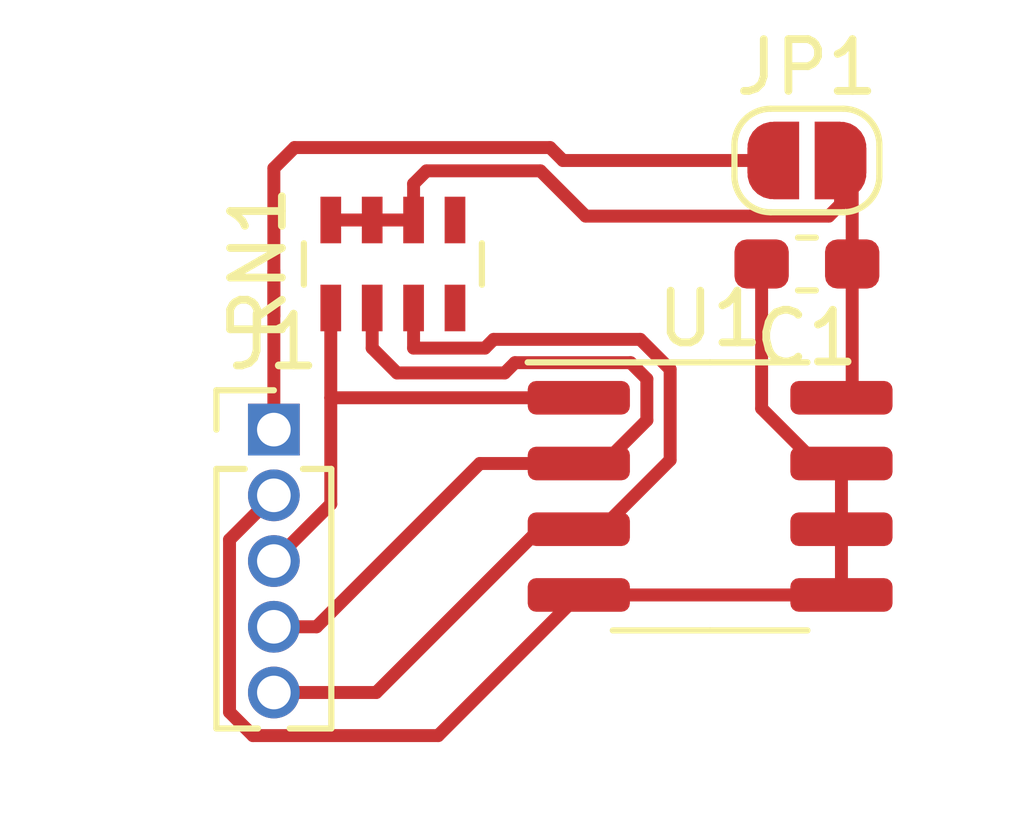
<source format=kicad_pcb>
(kicad_pcb (version 20171130) (host pcbnew 5.1.2-f72e74a~84~ubuntu18.04.1)

  (general
    (thickness 1.6)
    (drawings 0)
    (tracks 58)
    (zones 0)
    (modules 5)
    (nets 7)
  )

  (page A4)
  (layers
    (0 F.Cu signal)
    (31 B.Cu signal)
    (32 B.Adhes user)
    (33 F.Adhes user)
    (34 B.Paste user)
    (35 F.Paste user)
    (36 B.SilkS user)
    (37 F.SilkS user)
    (38 B.Mask user)
    (39 F.Mask user)
    (40 Dwgs.User user)
    (41 Cmts.User user)
    (42 Eco1.User user)
    (43 Eco2.User user)
    (44 Edge.Cuts user)
    (45 Margin user)
    (46 B.CrtYd user)
    (47 F.CrtYd user)
    (48 B.Fab user)
    (49 F.Fab user)
  )

  (setup
    (last_trace_width 0.25)
    (trace_clearance 0.2)
    (zone_clearance 0.508)
    (zone_45_only no)
    (trace_min 0.2)
    (via_size 0.8)
    (via_drill 0.4)
    (via_min_size 0.4)
    (via_min_drill 0.3)
    (uvia_size 0.3)
    (uvia_drill 0.1)
    (uvias_allowed no)
    (uvia_min_size 0.2)
    (uvia_min_drill 0.1)
    (edge_width 0.05)
    (segment_width 0.2)
    (pcb_text_width 0.3)
    (pcb_text_size 1.5 1.5)
    (mod_edge_width 0.12)
    (mod_text_size 1 1)
    (mod_text_width 0.15)
    (pad_size 1.524 1.524)
    (pad_drill 0.762)
    (pad_to_mask_clearance 0.051)
    (solder_mask_min_width 0.25)
    (aux_axis_origin 0 0)
    (visible_elements FFFFFF7F)
    (pcbplotparams
      (layerselection 0x010fc_ffffffff)
      (usegerberextensions false)
      (usegerberattributes false)
      (usegerberadvancedattributes false)
      (creategerberjobfile false)
      (excludeedgelayer true)
      (linewidth 0.100000)
      (plotframeref false)
      (viasonmask false)
      (mode 1)
      (useauxorigin false)
      (hpglpennumber 1)
      (hpglpenspeed 20)
      (hpglpendiameter 15.000000)
      (psnegative false)
      (psa4output false)
      (plotreference true)
      (plotvalue true)
      (plotinvisibletext false)
      (padsonsilk false)
      (subtractmaskfromsilk false)
      (outputformat 1)
      (mirror false)
      (drillshape 1)
      (scaleselection 1)
      (outputdirectory ""))
  )

  (net 0 "")
  (net 1 GND)
  (net 2 +3V3)
  (net 3 "Net-(J1-Pad3)")
  (net 4 "Net-(J1-Pad5)")
  (net 5 "Net-(J1-Pad4)")
  (net 6 "Net-(C1-Pad1)")

  (net_class Default "This is the default net class."
    (clearance 0.2)
    (trace_width 0.25)
    (via_dia 0.8)
    (via_drill 0.4)
    (uvia_dia 0.3)
    (uvia_drill 0.1)
    (add_net +3V3)
    (add_net GND)
    (add_net "Net-(C1-Pad1)")
    (add_net "Net-(J1-Pad3)")
    (add_net "Net-(J1-Pad4)")
    (add_net "Net-(J1-Pad5)")
    (add_net "Net-(RN1-Pad4)")
    (add_net "Net-(RN1-Pad5)")
  )

  (module Jumper:SolderJumper-2_P1.3mm_Open_RoundedPad1.0x1.5mm (layer F.Cu) (tedit 5B391E66) (tstamp 5CF1305A)
    (at 23 16)
    (descr "SMD Solder Jumper, 1x1.5mm, rounded Pads, 0.3mm gap, open")
    (tags "solder jumper open")
    (path /5CF0F377)
    (attr virtual)
    (fp_text reference JP1 (at 0 -1.8) (layer F.SilkS)
      (effects (font (size 1 1) (thickness 0.15)))
    )
    (fp_text value EN (at 0 1.9) (layer F.Fab)
      (effects (font (size 1 1) (thickness 0.15)))
    )
    (fp_line (start 1.65 1.25) (end -1.65 1.25) (layer F.CrtYd) (width 0.05))
    (fp_line (start 1.65 1.25) (end 1.65 -1.25) (layer F.CrtYd) (width 0.05))
    (fp_line (start -1.65 -1.25) (end -1.65 1.25) (layer F.CrtYd) (width 0.05))
    (fp_line (start -1.65 -1.25) (end 1.65 -1.25) (layer F.CrtYd) (width 0.05))
    (fp_line (start -0.7 -1) (end 0.7 -1) (layer F.SilkS) (width 0.12))
    (fp_line (start 1.4 -0.3) (end 1.4 0.3) (layer F.SilkS) (width 0.12))
    (fp_line (start 0.7 1) (end -0.7 1) (layer F.SilkS) (width 0.12))
    (fp_line (start -1.4 0.3) (end -1.4 -0.3) (layer F.SilkS) (width 0.12))
    (fp_arc (start -0.7 -0.3) (end -0.7 -1) (angle -90) (layer F.SilkS) (width 0.12))
    (fp_arc (start -0.7 0.3) (end -1.4 0.3) (angle -90) (layer F.SilkS) (width 0.12))
    (fp_arc (start 0.7 0.3) (end 0.7 1) (angle -90) (layer F.SilkS) (width 0.12))
    (fp_arc (start 0.7 -0.3) (end 1.4 -0.3) (angle -90) (layer F.SilkS) (width 0.12))
    (pad 2 smd custom (at 0.65 0) (size 1 0.5) (layers F.Cu F.Mask)
      (net 6 "Net-(C1-Pad1)") (zone_connect 2)
      (options (clearance outline) (anchor rect))
      (primitives
        (gr_circle (center 0 0.25) (end 0.5 0.25) (width 0))
        (gr_circle (center 0 -0.25) (end 0.5 -0.25) (width 0))
        (gr_poly (pts
           (xy 0 -0.75) (xy -0.5 -0.75) (xy -0.5 0.75) (xy 0 0.75)) (width 0))
      ))
    (pad 1 smd custom (at -0.65 0) (size 1 0.5) (layers F.Cu F.Mask)
      (net 2 +3V3) (zone_connect 2)
      (options (clearance outline) (anchor rect))
      (primitives
        (gr_circle (center 0 0.25) (end 0.5 0.25) (width 0))
        (gr_circle (center 0 -0.25) (end 0.5 -0.25) (width 0))
        (gr_poly (pts
           (xy 0 -0.75) (xy 0.5 -0.75) (xy 0.5 0.75) (xy 0 0.75)) (width 0))
      ))
  )

  (module Connector_PinHeader_1.27mm:PinHeader_1x05_P1.27mm_Vertical (layer F.Cu) (tedit 59FED6E3) (tstamp 5CEFCA64)
    (at 12.7 21.2)
    (descr "Through hole straight pin header, 1x05, 1.27mm pitch, single row")
    (tags "Through hole pin header THT 1x05 1.27mm single row")
    (path /5CF06FB7)
    (fp_text reference J1 (at 0 -1.695) (layer F.SilkS)
      (effects (font (size 1 1) (thickness 0.15)))
    )
    (fp_text value LM75_HEADER (at 0 6.775) (layer F.Fab)
      (effects (font (size 1 1) (thickness 0.15)))
    )
    (fp_text user %R (at 0 2.54 90) (layer F.Fab)
      (effects (font (size 1 1) (thickness 0.15)))
    )
    (fp_line (start 1.55 -1.15) (end -1.55 -1.15) (layer F.CrtYd) (width 0.05))
    (fp_line (start 1.55 6.25) (end 1.55 -1.15) (layer F.CrtYd) (width 0.05))
    (fp_line (start -1.55 6.25) (end 1.55 6.25) (layer F.CrtYd) (width 0.05))
    (fp_line (start -1.55 -1.15) (end -1.55 6.25) (layer F.CrtYd) (width 0.05))
    (fp_line (start -1.11 -0.76) (end 0 -0.76) (layer F.SilkS) (width 0.12))
    (fp_line (start -1.11 0) (end -1.11 -0.76) (layer F.SilkS) (width 0.12))
    (fp_line (start 0.563471 0.76) (end 1.11 0.76) (layer F.SilkS) (width 0.12))
    (fp_line (start -1.11 0.76) (end -0.563471 0.76) (layer F.SilkS) (width 0.12))
    (fp_line (start 1.11 0.76) (end 1.11 5.775) (layer F.SilkS) (width 0.12))
    (fp_line (start -1.11 0.76) (end -1.11 5.775) (layer F.SilkS) (width 0.12))
    (fp_line (start 0.30753 5.775) (end 1.11 5.775) (layer F.SilkS) (width 0.12))
    (fp_line (start -1.11 5.775) (end -0.30753 5.775) (layer F.SilkS) (width 0.12))
    (fp_line (start -1.05 -0.11) (end -0.525 -0.635) (layer F.Fab) (width 0.1))
    (fp_line (start -1.05 5.715) (end -1.05 -0.11) (layer F.Fab) (width 0.1))
    (fp_line (start 1.05 5.715) (end -1.05 5.715) (layer F.Fab) (width 0.1))
    (fp_line (start 1.05 -0.635) (end 1.05 5.715) (layer F.Fab) (width 0.1))
    (fp_line (start -0.525 -0.635) (end 1.05 -0.635) (layer F.Fab) (width 0.1))
    (pad 5 thru_hole oval (at 0 5.08) (size 1 1) (drill 0.65) (layers *.Cu *.Mask)
      (net 4 "Net-(J1-Pad5)"))
    (pad 4 thru_hole oval (at 0 3.81) (size 1 1) (drill 0.65) (layers *.Cu *.Mask)
      (net 5 "Net-(J1-Pad4)"))
    (pad 3 thru_hole oval (at 0 2.54) (size 1 1) (drill 0.65) (layers *.Cu *.Mask)
      (net 3 "Net-(J1-Pad3)"))
    (pad 2 thru_hole oval (at 0 1.27) (size 1 1) (drill 0.65) (layers *.Cu *.Mask)
      (net 1 GND))
    (pad 1 thru_hole rect (at 0 0) (size 1 1) (drill 0.65) (layers *.Cu *.Mask)
      (net 2 +3V3))
    (model ${KISYS3DMOD}/Connector_PinHeader_1.27mm.3dshapes/PinHeader_1x05_P1.27mm_Vertical.wrl
      (at (xyz 0 0 0))
      (scale (xyz 1 1 1))
      (rotate (xyz 0 0 0))
    )
  )

  (module Package_SO:SOP-8_3.76x4.96mm_P1.27mm (layer F.Cu) (tedit 5C4A362D) (tstamp 5CEFC47A)
    (at 21.13 22.49)
    (descr "SOP, 8 Pin (https://ww2.minicircuits.com/case_style/XX211.pdf), generated with kicad-footprint-generator ipc_gullwing_generator.py")
    (tags "SOP SO")
    (path /5CEF6143)
    (attr smd)
    (fp_text reference U1 (at 0 -3.43) (layer F.SilkS)
      (effects (font (size 1 1) (thickness 0.15)))
    )
    (fp_text value LM75 (at 0 3.43) (layer F.Fab)
      (effects (font (size 1 1) (thickness 0.15)))
    )
    (fp_text user %R (at 0 0) (layer F.Fab)
      (effects (font (size 0.94 0.94) (thickness 0.14)))
    )
    (fp_line (start 3.78 -2.73) (end -3.78 -2.73) (layer F.CrtYd) (width 0.05))
    (fp_line (start 3.78 2.73) (end 3.78 -2.73) (layer F.CrtYd) (width 0.05))
    (fp_line (start -3.78 2.73) (end 3.78 2.73) (layer F.CrtYd) (width 0.05))
    (fp_line (start -3.78 -2.73) (end -3.78 2.73) (layer F.CrtYd) (width 0.05))
    (fp_line (start -1.88 -1.54) (end -0.94 -2.48) (layer F.Fab) (width 0.1))
    (fp_line (start -1.88 2.48) (end -1.88 -1.54) (layer F.Fab) (width 0.1))
    (fp_line (start 1.88 2.48) (end -1.88 2.48) (layer F.Fab) (width 0.1))
    (fp_line (start 1.88 -2.48) (end 1.88 2.48) (layer F.Fab) (width 0.1))
    (fp_line (start -0.94 -2.48) (end 1.88 -2.48) (layer F.Fab) (width 0.1))
    (fp_line (start 0 -2.59) (end -3.525 -2.59) (layer F.SilkS) (width 0.12))
    (fp_line (start 0 -2.59) (end 1.88 -2.59) (layer F.SilkS) (width 0.12))
    (fp_line (start 0 2.59) (end -1.88 2.59) (layer F.SilkS) (width 0.12))
    (fp_line (start 0 2.59) (end 1.88 2.59) (layer F.SilkS) (width 0.12))
    (pad 8 smd roundrect (at 2.5375 -1.905) (size 1.975 0.65) (layers F.Cu F.Paste F.Mask) (roundrect_rratio 0.25)
      (net 6 "Net-(C1-Pad1)"))
    (pad 7 smd roundrect (at 2.5375 -0.635) (size 1.975 0.65) (layers F.Cu F.Paste F.Mask) (roundrect_rratio 0.25)
      (net 1 GND))
    (pad 6 smd roundrect (at 2.5375 0.635) (size 1.975 0.65) (layers F.Cu F.Paste F.Mask) (roundrect_rratio 0.25)
      (net 1 GND))
    (pad 5 smd roundrect (at 2.5375 1.905) (size 1.975 0.65) (layers F.Cu F.Paste F.Mask) (roundrect_rratio 0.25)
      (net 1 GND))
    (pad 4 smd roundrect (at -2.5375 1.905) (size 1.975 0.65) (layers F.Cu F.Paste F.Mask) (roundrect_rratio 0.25)
      (net 1 GND))
    (pad 3 smd roundrect (at -2.5375 0.635) (size 1.975 0.65) (layers F.Cu F.Paste F.Mask) (roundrect_rratio 0.25)
      (net 4 "Net-(J1-Pad5)"))
    (pad 2 smd roundrect (at -2.5375 -0.635) (size 1.975 0.65) (layers F.Cu F.Paste F.Mask) (roundrect_rratio 0.25)
      (net 5 "Net-(J1-Pad4)"))
    (pad 1 smd roundrect (at -2.5375 -1.905) (size 1.975 0.65) (layers F.Cu F.Paste F.Mask) (roundrect_rratio 0.25)
      (net 3 "Net-(J1-Pad3)"))
    (model ${KISYS3DMOD}/Package_SO.3dshapes/SOP-8_3.76x4.96mm_P1.27mm.wrl
      (at (xyz 0 0 0))
      (scale (xyz 1 1 1))
      (rotate (xyz 0 0 0))
    )
  )

  (module Resistor_SMD:R_Array_Concave_4x0603 (layer F.Cu) (tedit 58E0A85E) (tstamp 5CEFC460)
    (at 15 18 90)
    (descr "Thick Film Chip Resistor Array, Wave soldering, Vishay CRA06P (see cra06p.pdf)")
    (tags "resistor array")
    (path /5CEF7694)
    (attr smd)
    (fp_text reference RN1 (at 0 -2.6 90) (layer F.SilkS)
      (effects (font (size 1 1) (thickness 0.15)))
    )
    (fp_text value RN_472,0603 (at 0 2.6 90) (layer F.Fab)
      (effects (font (size 1 1) (thickness 0.15)))
    )
    (fp_line (start 1.55 1.87) (end -1.55 1.87) (layer F.CrtYd) (width 0.05))
    (fp_line (start 1.55 1.87) (end 1.55 -1.88) (layer F.CrtYd) (width 0.05))
    (fp_line (start -1.55 -1.88) (end -1.55 1.87) (layer F.CrtYd) (width 0.05))
    (fp_line (start -1.55 -1.88) (end 1.55 -1.88) (layer F.CrtYd) (width 0.05))
    (fp_line (start 0.4 -1.72) (end -0.4 -1.72) (layer F.SilkS) (width 0.12))
    (fp_line (start 0.4 1.72) (end -0.4 1.72) (layer F.SilkS) (width 0.12))
    (fp_line (start -0.8 1.6) (end -0.8 -1.6) (layer F.Fab) (width 0.1))
    (fp_line (start 0.8 1.6) (end -0.8 1.6) (layer F.Fab) (width 0.1))
    (fp_line (start 0.8 -1.6) (end 0.8 1.6) (layer F.Fab) (width 0.1))
    (fp_line (start -0.8 -1.6) (end 0.8 -1.6) (layer F.Fab) (width 0.1))
    (fp_text user %R (at 0 0) (layer F.Fab)
      (effects (font (size 0.5 0.5) (thickness 0.075)))
    )
    (pad 5 smd rect (at 0.85 1.2 90) (size 0.9 0.4) (layers F.Cu F.Paste F.Mask))
    (pad 6 smd rect (at 0.85 0.4 90) (size 0.9 0.4) (layers F.Cu F.Paste F.Mask)
      (net 6 "Net-(C1-Pad1)"))
    (pad 7 smd rect (at 0.85 -0.4 90) (size 0.9 0.4) (layers F.Cu F.Paste F.Mask)
      (net 6 "Net-(C1-Pad1)"))
    (pad 8 smd rect (at 0.85 -1.2 90) (size 0.9 0.4) (layers F.Cu F.Paste F.Mask)
      (net 6 "Net-(C1-Pad1)"))
    (pad 4 smd rect (at -0.85 1.2 90) (size 0.9 0.4) (layers F.Cu F.Paste F.Mask))
    (pad 1 smd rect (at -0.85 -1.2 90) (size 0.9 0.4) (layers F.Cu F.Paste F.Mask)
      (net 3 "Net-(J1-Pad3)"))
    (pad 3 smd rect (at -0.85 0.4 90) (size 0.9 0.4) (layers F.Cu F.Paste F.Mask)
      (net 4 "Net-(J1-Pad5)"))
    (pad 2 smd rect (at -0.85 -0.4 90) (size 0.9 0.4) (layers F.Cu F.Paste F.Mask)
      (net 5 "Net-(J1-Pad4)"))
    (model ${KISYS3DMOD}/Resistor_SMD.3dshapes/R_Array_Concave_4x0603.wrl
      (at (xyz 0 0 0))
      (scale (xyz 1 1 1))
      (rotate (xyz 0 0 0))
    )
  )

  (module Capacitor_SMD:C_0603_1608Metric_Pad1.05x0.95mm_HandSolder (layer F.Cu) (tedit 5B301BBE) (tstamp 5CEFC430)
    (at 23 18 180)
    (descr "Capacitor SMD 0603 (1608 Metric), square (rectangular) end terminal, IPC_7351 nominal with elongated pad for handsoldering. (Body size source: http://www.tortai-tech.com/upload/download/2011102023233369053.pdf), generated with kicad-footprint-generator")
    (tags "capacitor handsolder")
    (path /5CEF7ED4)
    (attr smd)
    (fp_text reference C1 (at 0 -1.43) (layer F.SilkS)
      (effects (font (size 1 1) (thickness 0.15)))
    )
    (fp_text value C103,0603 (at 0 1.43) (layer F.Fab)
      (effects (font (size 1 1) (thickness 0.15)))
    )
    (fp_text user %R (at 0 0) (layer F.Fab)
      (effects (font (size 0.4 0.4) (thickness 0.06)))
    )
    (fp_line (start 1.65 0.73) (end -1.65 0.73) (layer F.CrtYd) (width 0.05))
    (fp_line (start 1.65 -0.73) (end 1.65 0.73) (layer F.CrtYd) (width 0.05))
    (fp_line (start -1.65 -0.73) (end 1.65 -0.73) (layer F.CrtYd) (width 0.05))
    (fp_line (start -1.65 0.73) (end -1.65 -0.73) (layer F.CrtYd) (width 0.05))
    (fp_line (start -0.171267 0.51) (end 0.171267 0.51) (layer F.SilkS) (width 0.12))
    (fp_line (start -0.171267 -0.51) (end 0.171267 -0.51) (layer F.SilkS) (width 0.12))
    (fp_line (start 0.8 0.4) (end -0.8 0.4) (layer F.Fab) (width 0.1))
    (fp_line (start 0.8 -0.4) (end 0.8 0.4) (layer F.Fab) (width 0.1))
    (fp_line (start -0.8 -0.4) (end 0.8 -0.4) (layer F.Fab) (width 0.1))
    (fp_line (start -0.8 0.4) (end -0.8 -0.4) (layer F.Fab) (width 0.1))
    (pad 2 smd roundrect (at 0.875 0 180) (size 1.05 0.95) (layers F.Cu F.Paste F.Mask) (roundrect_rratio 0.25)
      (net 1 GND))
    (pad 1 smd roundrect (at -0.875 0 180) (size 1.05 0.95) (layers F.Cu F.Paste F.Mask) (roundrect_rratio 0.25)
      (net 6 "Net-(C1-Pad1)"))
    (model ${KISYS3DMOD}/Capacitor_SMD.3dshapes/C_0603_1608Metric.wrl
      (at (xyz 0 0 0))
      (scale (xyz 1 1 1))
      (rotate (xyz 0 0 0))
    )
  )

  (segment (start 18.5925 24.395) (end 15.8746 27.1129) (width 0.25) (layer F.Cu) (net 1))
  (segment (start 15.8746 27.1129) (end 12.297 27.1129) (width 0.25) (layer F.Cu) (net 1))
  (segment (start 12.297 27.1129) (end 11.8433 26.6592) (width 0.25) (layer F.Cu) (net 1))
  (segment (start 11.8433 26.6592) (end 11.8433 23.3267) (width 0.25) (layer F.Cu) (net 1))
  (segment (start 11.8433 23.3267) (end 12.7 22.47) (width 0.25) (layer F.Cu) (net 1))
  (segment (start 23.6675 24.395) (end 18.5925 24.395) (width 0.25) (layer F.Cu) (net 1))
  (segment (start 23.6675 23.125) (end 23.6675 21.855) (width 0.25) (layer F.Cu) (net 1))
  (segment (start 23.6675 24.395) (end 23.6675 23.125) (width 0.25) (layer F.Cu) (net 1))
  (segment (start 22.125 18) (end 22.125 20.7922) (width 0.25) (layer F.Cu) (net 1))
  (segment (start 22.125 20.7922) (end 23.1878 21.855) (width 0.25) (layer F.Cu) (net 1))
  (segment (start 23.1878 21.855) (end 23.6675 21.855) (width 0.25) (layer F.Cu) (net 1))
  (segment (start 18.036401 15.749991) (end 13.100009 15.749991) (width 0.25) (layer F.Cu) (net 2))
  (segment (start 22.35 16) (end 18.28641 16) (width 0.25) (layer F.Cu) (net 2))
  (segment (start 18.28641 16) (end 18.036401 15.749991) (width 0.25) (layer F.Cu) (net 2))
  (segment (start 12.7 16.15) (end 12.7 19) (width 0.25) (layer F.Cu) (net 2))
  (segment (start 13.100009 15.749991) (end 12.7 16.15) (width 0.25) (layer F.Cu) (net 2))
  (segment (start 12.7 18.1343) (end 12.7 19) (width 0.25) (layer F.Cu) (net 2))
  (segment (start 12.7 19) (end 12.7 21.2) (width 0.25) (layer F.Cu) (net 2))
  (segment (start 13.8 17.15) (end 13.8 17.0343) (width 0.25) (layer F.Cu) (net 6))
  (segment (start 23.6675 20.585) (end 23.875 20.3775) (width 0.25) (layer F.Cu) (net 6))
  (segment (start 23.875 20.3775) (end 23.875 18) (width 0.25) (layer F.Cu) (net 6))
  (segment (start 13.8 20.585) (end 13.8 22.64) (width 0.25) (layer F.Cu) (net 3))
  (segment (start 13.8 22.64) (end 12.7 23.74) (width 0.25) (layer F.Cu) (net 3))
  (segment (start 13.8 18.85) (end 13.8 20.585) (width 0.25) (layer F.Cu) (net 3))
  (segment (start 18.5925 20.585) (end 13.8 20.585) (width 0.25) (layer F.Cu) (net 3))
  (segment (start 18.5925 23.125) (end 19.0207 23.125) (width 0.25) (layer F.Cu) (net 4))
  (segment (start 19.0207 23.125) (end 20.3575 21.7882) (width 0.25) (layer F.Cu) (net 4))
  (segment (start 20.3575 21.7882) (end 20.3575 20.0343) (width 0.25) (layer F.Cu) (net 4))
  (segment (start 20.3575 20.0343) (end 19.7796 19.4564) (width 0.25) (layer F.Cu) (net 4))
  (segment (start 19.7796 19.4564) (end 16.9472 19.4564) (width 0.25) (layer F.Cu) (net 4))
  (segment (start 16.9472 19.4564) (end 16.7783 19.6253) (width 0.25) (layer F.Cu) (net 4))
  (segment (start 16.7783 19.6253) (end 15.4 19.6253) (width 0.25) (layer F.Cu) (net 4))
  (segment (start 18.5925 23.125) (end 17.8325 23.125) (width 0.25) (layer F.Cu) (net 4))
  (segment (start 17.8325 23.125) (end 14.6775 26.28) (width 0.25) (layer F.Cu) (net 4))
  (segment (start 14.6775 26.28) (end 12.7 26.28) (width 0.25) (layer F.Cu) (net 4))
  (segment (start 15.4 18.85) (end 15.4 19.6253) (width 0.25) (layer F.Cu) (net 4))
  (segment (start 14.6 18.85) (end 14.6 19.6253) (width 0.25) (layer F.Cu) (net 5))
  (segment (start 18.5925 21.855) (end 19.073 21.855) (width 0.25) (layer F.Cu) (net 5))
  (segment (start 19.073 21.855) (end 19.9072 21.0208) (width 0.25) (layer F.Cu) (net 5))
  (segment (start 19.9072 21.0208) (end 19.9072 20.2209) (width 0.25) (layer F.Cu) (net 5))
  (segment (start 19.9072 20.2209) (end 19.593 19.9067) (width 0.25) (layer F.Cu) (net 5))
  (segment (start 19.593 19.9067) (end 17.3591 19.9067) (width 0.25) (layer F.Cu) (net 5))
  (segment (start 17.3591 19.9067) (end 17.1607 20.1051) (width 0.25) (layer F.Cu) (net 5))
  (segment (start 17.1607 20.1051) (end 15.0798 20.1051) (width 0.25) (layer F.Cu) (net 5))
  (segment (start 15.0798 20.1051) (end 14.6 19.6253) (width 0.25) (layer F.Cu) (net 5))
  (segment (start 13.5253 25.01) (end 16.6803 21.855) (width 0.25) (layer F.Cu) (net 5))
  (segment (start 16.6803 21.855) (end 18.5925 21.855) (width 0.25) (layer F.Cu) (net 5))
  (segment (start 12.7 25.01) (end 13.5253 25.01) (width 0.25) (layer F.Cu) (net 5))
  (segment (start 23.875 16.225) (end 23.65 16) (width 0.25) (layer F.Cu) (net 6))
  (segment (start 23.875 18) (end 23.875 16.225) (width 0.25) (layer F.Cu) (net 6))
  (segment (start 23.65 16) (end 23.65 16.847592) (width 0.25) (layer F.Cu) (net 6))
  (segment (start 23.422582 17.07501) (end 18.72501 17.07501) (width 0.25) (layer F.Cu) (net 6))
  (segment (start 23.65 16.847592) (end 23.422582 17.07501) (width 0.25) (layer F.Cu) (net 6))
  (segment (start 18.72501 17.07501) (end 17.85 16.2) (width 0.25) (layer F.Cu) (net 6))
  (segment (start 15.65 16.2) (end 15.4 16.45) (width 0.25) (layer F.Cu) (net 6))
  (segment (start 15.4 16.45) (end 15.4 17.15) (width 0.25) (layer F.Cu) (net 6))
  (segment (start 17.85 16.2) (end 15.65 16.2) (width 0.25) (layer F.Cu) (net 6))
  (segment (start 15.4 17.15) (end 13.8 17.15) (width 0.25) (layer F.Cu) (net 6))

)

</source>
